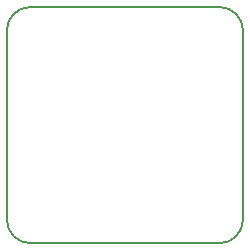
<source format=gbr>
%TF.GenerationSoftware,KiCad,Pcbnew,(6.0.7)*%
%TF.CreationDate,2024-01-02T21:25:37+08:00*%
%TF.ProjectId,stepper-motor-20,73746570-7065-4722-9d6d-6f746f722d32,1*%
%TF.SameCoordinates,PX6979f40PYa1135a0*%
%TF.FileFunction,Profile,NP*%
%FSLAX46Y46*%
G04 Gerber Fmt 4.6, Leading zero omitted, Abs format (unit mm)*
G04 Created by KiCad (PCBNEW (6.0.7)) date 2024-01-02 21:25:37*
%MOMM*%
%LPD*%
G01*
G04 APERTURE LIST*
%TA.AperFunction,Profile*%
%ADD10C,0.150000*%
%TD*%
G04 APERTURE END LIST*
D10*
X0Y18000000D02*
X0Y2000000D01*
X20000000Y18000000D02*
G75*
G03*
X18000000Y20000000I-2000000J0D01*
G01*
X0Y2000000D02*
G75*
G03*
X2000000Y0I2000000J0D01*
G01*
X18000000Y0D02*
G75*
G03*
X20000000Y2000000I0J2000000D01*
G01*
X2000000Y0D02*
X18000000Y0D01*
X20000000Y2000000D02*
X20000000Y18000000D01*
X18000000Y20000000D02*
X2000000Y20000000D01*
X2000000Y20000000D02*
G75*
G03*
X0Y18000000I0J-2000000D01*
G01*
M02*

</source>
